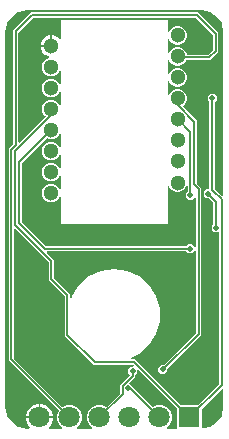
<source format=gtl>
G04 EAGLE Gerber RS-274X export*
G75*
%MOMM*%
%FSLAX34Y34*%
%LPD*%
%INTop Copper*%
%IPPOS*%
%AMOC8*
5,1,8,0,0,1.08239X$1,22.5*%
G01*
G04 Define Apertures*
%ADD10C,1.300000*%
%ADD11R,1.800000X1.800000*%
%ADD12C,1.800000*%
%ADD13C,0.502400*%
%ADD14C,0.200000*%
%ADD15C,0.152400*%
G36*
X-71902Y-255940D02*
X-72200Y-256000D01*
X-74250Y-256000D01*
X-74399Y-255985D01*
X-80995Y-254673D01*
X-81270Y-254559D01*
X-86862Y-250823D01*
X-87073Y-250612D01*
X-90809Y-245020D01*
X-90923Y-244745D01*
X-92235Y-238149D01*
X-92250Y-238000D01*
X-92250Y80000D01*
X-92235Y80149D01*
X-90923Y86745D01*
X-90809Y87020D01*
X-87073Y92612D01*
X-86862Y92823D01*
X-81270Y96559D01*
X-80995Y96673D01*
X-74399Y97985D01*
X-74250Y98000D01*
X74250Y98000D01*
X74399Y97985D01*
X80995Y96673D01*
X81270Y96559D01*
X86862Y92823D01*
X87073Y92612D01*
X90809Y87020D01*
X90923Y86745D01*
X92235Y80149D01*
X92250Y80000D01*
X92250Y-58337D01*
X92203Y-58601D01*
X92044Y-58859D01*
X91796Y-59034D01*
X91500Y-59099D01*
X91202Y-59044D01*
X90949Y-58876D01*
X85193Y-53120D01*
X85030Y-52879D01*
X84970Y-52581D01*
X84970Y20306D01*
X85026Y20592D01*
X85193Y20845D01*
X86482Y22133D01*
X86482Y25267D01*
X84267Y27482D01*
X81133Y27482D01*
X78918Y25267D01*
X78918Y22133D01*
X80207Y20845D01*
X80370Y20603D01*
X80430Y20306D01*
X80430Y-52656D01*
X80379Y-52931D01*
X80215Y-53186D01*
X79965Y-53358D01*
X79668Y-53418D01*
X77733Y-53418D01*
X75518Y-55633D01*
X75518Y-58767D01*
X77733Y-60982D01*
X79556Y-60982D01*
X79842Y-61038D01*
X80095Y-61205D01*
X83607Y-64717D01*
X83770Y-64959D01*
X83830Y-65256D01*
X83830Y-82606D01*
X83774Y-82892D01*
X83607Y-83145D01*
X82318Y-84433D01*
X82318Y-87567D01*
X84533Y-89782D01*
X87850Y-89782D01*
X88125Y-89833D01*
X88380Y-89997D01*
X88552Y-90247D01*
X88612Y-90544D01*
X88612Y-217902D01*
X88556Y-218188D01*
X88389Y-218441D01*
X70783Y-236047D01*
X70541Y-236210D01*
X70244Y-236270D01*
X56756Y-236270D01*
X56470Y-236214D01*
X56217Y-236047D01*
X17662Y-197492D01*
X14716Y-197492D01*
X14484Y-197456D01*
X14219Y-197308D01*
X14033Y-197068D01*
X13955Y-196775D01*
X13998Y-196475D01*
X14154Y-196215D01*
X14399Y-196037D01*
X21172Y-192944D01*
X29596Y-185645D01*
X35622Y-176268D01*
X38762Y-165573D01*
X38762Y-154427D01*
X35622Y-143732D01*
X29596Y-134355D01*
X21172Y-127056D01*
X11033Y-122426D01*
X0Y-120839D01*
X-11033Y-122426D01*
X-21172Y-127056D01*
X-29596Y-134355D01*
X-35622Y-143732D01*
X-35999Y-145017D01*
X-36166Y-145314D01*
X-36411Y-145494D01*
X-36706Y-145563D01*
X-37005Y-145513D01*
X-37260Y-145349D01*
X-37432Y-145099D01*
X-37492Y-144802D01*
X-37492Y-142338D01*
X-51007Y-128823D01*
X-51170Y-128581D01*
X-51230Y-128284D01*
X-51230Y-112984D01*
X-56943Y-107271D01*
X-57096Y-107051D01*
X-57166Y-106756D01*
X-57115Y-106457D01*
X-56952Y-106202D01*
X-56702Y-106030D01*
X-56405Y-105970D01*
X60706Y-105970D01*
X60992Y-106026D01*
X61245Y-106193D01*
X62533Y-107482D01*
X65667Y-107482D01*
X67729Y-105419D01*
X67949Y-105266D01*
X68244Y-105197D01*
X68543Y-105247D01*
X68798Y-105411D01*
X68970Y-105661D01*
X69030Y-105958D01*
X69030Y-174344D01*
X68974Y-174630D01*
X68807Y-174883D01*
X41695Y-201995D01*
X41453Y-202158D01*
X41156Y-202218D01*
X39333Y-202218D01*
X37118Y-204433D01*
X37118Y-207567D01*
X39333Y-209782D01*
X42467Y-209782D01*
X44682Y-207567D01*
X44682Y-205744D01*
X44738Y-205458D01*
X44905Y-205205D01*
X73570Y-176540D01*
X73570Y-51960D01*
X70163Y-48553D01*
X70000Y-48311D01*
X69940Y-48014D01*
X69940Y4873D01*
X58440Y16373D01*
X58282Y16604D01*
X58216Y16900D01*
X58272Y17198D01*
X58440Y17451D01*
X60087Y19099D01*
X61270Y21954D01*
X61270Y25046D01*
X60087Y27901D01*
X57901Y30087D01*
X55046Y31270D01*
X51954Y31270D01*
X49099Y30087D01*
X46913Y27901D01*
X46551Y27028D01*
X46411Y26807D01*
X46166Y26627D01*
X45871Y26558D01*
X45572Y26608D01*
X45317Y26772D01*
X45145Y27022D01*
X45085Y27319D01*
X45085Y37481D01*
X45130Y37738D01*
X45287Y37998D01*
X45533Y38175D01*
X45829Y38243D01*
X46127Y38189D01*
X46382Y38024D01*
X46551Y37772D01*
X46913Y36899D01*
X49099Y34713D01*
X51954Y33530D01*
X55046Y33530D01*
X57901Y34713D01*
X60087Y36899D01*
X61270Y39754D01*
X61270Y42846D01*
X60087Y45701D01*
X57901Y47887D01*
X55046Y49070D01*
X51954Y49070D01*
X49099Y47887D01*
X46913Y45701D01*
X46551Y44828D01*
X46411Y44607D01*
X46166Y44427D01*
X45871Y44358D01*
X45572Y44408D01*
X45317Y44572D01*
X45145Y44822D01*
X45085Y45119D01*
X45085Y55281D01*
X45130Y55538D01*
X45287Y55798D01*
X45533Y55975D01*
X45829Y56043D01*
X46127Y55989D01*
X46382Y55824D01*
X46551Y55572D01*
X46913Y54699D01*
X49099Y52513D01*
X51954Y51330D01*
X55046Y51330D01*
X57901Y52513D01*
X60087Y54699D01*
X60402Y55460D01*
X60559Y55698D01*
X60809Y55870D01*
X61106Y55930D01*
X81340Y55930D01*
X88070Y62660D01*
X88070Y79240D01*
X70940Y96370D01*
X-70640Y96370D01*
X-85770Y81240D01*
X-85770Y-14917D01*
X-85826Y-15203D01*
X-85993Y-15456D01*
X-89410Y-18873D01*
X-89410Y-173040D01*
X-89395Y-173055D01*
X-89232Y-173297D01*
X-89172Y-173594D01*
X-89172Y-198342D01*
X-47162Y-240352D01*
X-47002Y-240588D01*
X-46939Y-240884D01*
X-46997Y-241182D01*
X-48370Y-244497D01*
X-48370Y-248583D01*
X-46806Y-252358D01*
X-44465Y-254699D01*
X-44312Y-254919D01*
X-44242Y-255214D01*
X-44293Y-255513D01*
X-44456Y-255768D01*
X-44706Y-255940D01*
X-45004Y-256000D01*
X-54800Y-256000D01*
X-55064Y-255953D01*
X-55322Y-255794D01*
X-55497Y-255546D01*
X-55562Y-255250D01*
X-55507Y-254952D01*
X-55339Y-254699D01*
X-53717Y-253077D01*
X-51960Y-248835D01*
X-51960Y-247302D01*
X-75040Y-247302D01*
X-75040Y-248835D01*
X-73283Y-253077D01*
X-71661Y-254699D01*
X-71508Y-254919D01*
X-71438Y-255214D01*
X-71489Y-255513D01*
X-71652Y-255768D01*
X-71902Y-255940D01*
G37*
%LPC*%
G36*
X-75040Y-245778D02*
X-64262Y-245778D01*
X-64262Y-235000D01*
X-65795Y-235000D01*
X-70037Y-236757D01*
X-73283Y-240003D01*
X-75040Y-244245D01*
X-75040Y-245778D01*
G37*
G36*
X-62738Y-245778D02*
X-51960Y-245778D01*
X-51960Y-244245D01*
X-53717Y-240003D01*
X-56963Y-236757D01*
X-61205Y-235000D01*
X-62738Y-235000D01*
X-62738Y-245778D01*
G37*
%LPD*%
G36*
X-80149Y-14169D02*
X-80444Y-14239D01*
X-80743Y-14188D01*
X-80998Y-14025D01*
X-81170Y-13775D01*
X-81230Y-13477D01*
X-81230Y79044D01*
X-81174Y79330D01*
X-81007Y79583D01*
X-68983Y91607D01*
X-68741Y91770D01*
X-68444Y91830D01*
X68744Y91830D01*
X69030Y91774D01*
X69283Y91607D01*
X83307Y77583D01*
X83470Y77341D01*
X83530Y77044D01*
X83530Y64856D01*
X83474Y64570D01*
X83307Y64317D01*
X79683Y60693D01*
X79441Y60530D01*
X79144Y60470D01*
X61852Y60470D01*
X61572Y60523D01*
X61317Y60689D01*
X61148Y60940D01*
X60087Y63501D01*
X57901Y65687D01*
X55046Y66870D01*
X51954Y66870D01*
X49099Y65687D01*
X46913Y63501D01*
X46551Y62628D01*
X46411Y62407D01*
X46166Y62227D01*
X45871Y62158D01*
X45572Y62208D01*
X45317Y62372D01*
X45145Y62622D01*
X45085Y62919D01*
X45085Y73081D01*
X45130Y73338D01*
X45287Y73598D01*
X45533Y73775D01*
X45829Y73843D01*
X46127Y73789D01*
X46382Y73624D01*
X46551Y73372D01*
X46913Y72499D01*
X49099Y70313D01*
X51954Y69130D01*
X55046Y69130D01*
X57901Y70313D01*
X60087Y72499D01*
X61270Y75354D01*
X61270Y78446D01*
X60087Y81301D01*
X57901Y83487D01*
X55046Y84670D01*
X51954Y84670D01*
X49099Y83487D01*
X46913Y81301D01*
X46551Y80428D01*
X46411Y80207D01*
X46166Y80027D01*
X45871Y79958D01*
X45572Y80008D01*
X45317Y80172D01*
X45145Y80422D01*
X45085Y80719D01*
X45085Y90098D01*
X45076Y90153D01*
X45073Y90154D01*
X45033Y90160D01*
X-45023Y90160D01*
X-45078Y90151D01*
X-45079Y90148D01*
X-45085Y90108D01*
X-45085Y74209D01*
X-45132Y73946D01*
X-45291Y73688D01*
X-45539Y73512D01*
X-45835Y73447D01*
X-46133Y73503D01*
X-46386Y73670D01*
X-48379Y75664D01*
X-51702Y77040D01*
X-52738Y77040D01*
X-52738Y67238D01*
X-62540Y67238D01*
X-62540Y66202D01*
X-61164Y62879D01*
X-58621Y60336D01*
X-55676Y59117D01*
X-55451Y58973D01*
X-55274Y58727D01*
X-55206Y58431D01*
X-55259Y58132D01*
X-55425Y57878D01*
X-55676Y57709D01*
X-57901Y56787D01*
X-60087Y54601D01*
X-61270Y51746D01*
X-61270Y48654D01*
X-60087Y45799D01*
X-57901Y43613D01*
X-55046Y42430D01*
X-51954Y42430D01*
X-49099Y43613D01*
X-46913Y45799D01*
X-46551Y46672D01*
X-46411Y46893D01*
X-46166Y47073D01*
X-45871Y47142D01*
X-45572Y47092D01*
X-45317Y46928D01*
X-45145Y46678D01*
X-45085Y46381D01*
X-45085Y36219D01*
X-45130Y35962D01*
X-45287Y35702D01*
X-45533Y35525D01*
X-45829Y35457D01*
X-46127Y35511D01*
X-46382Y35676D01*
X-46551Y35928D01*
X-46913Y36801D01*
X-49099Y38987D01*
X-51954Y40170D01*
X-55046Y40170D01*
X-57901Y38987D01*
X-60087Y36801D01*
X-61270Y33946D01*
X-61270Y30854D01*
X-60087Y27999D01*
X-57901Y25813D01*
X-55046Y24630D01*
X-51954Y24630D01*
X-49099Y25813D01*
X-46913Y27999D01*
X-46551Y28872D01*
X-46411Y29093D01*
X-46166Y29273D01*
X-45871Y29342D01*
X-45572Y29292D01*
X-45317Y29128D01*
X-45145Y28878D01*
X-45085Y28581D01*
X-45085Y18419D01*
X-45130Y18162D01*
X-45287Y17902D01*
X-45533Y17725D01*
X-45829Y17657D01*
X-46127Y17711D01*
X-46382Y17876D01*
X-46551Y18128D01*
X-46913Y19001D01*
X-49099Y21187D01*
X-51954Y22370D01*
X-55046Y22370D01*
X-57901Y21187D01*
X-60087Y19001D01*
X-61270Y16146D01*
X-61270Y13054D01*
X-60087Y10199D01*
X-58440Y8551D01*
X-58282Y8321D01*
X-58216Y8024D01*
X-58272Y7726D01*
X-58440Y7473D01*
X-79929Y-14016D01*
X-80149Y-14169D01*
G37*
%LPC*%
G36*
X-62540Y68762D02*
X-54262Y68762D01*
X-54262Y77040D01*
X-55298Y77040D01*
X-58621Y75664D01*
X-61164Y73121D01*
X-62540Y69798D01*
X-62540Y68762D01*
G37*
%LPD*%
G36*
X68576Y-102139D02*
X68280Y-102204D01*
X67982Y-102148D01*
X67729Y-101981D01*
X65667Y-99918D01*
X62533Y-99918D01*
X61245Y-101207D01*
X61003Y-101370D01*
X60706Y-101430D01*
X-57844Y-101430D01*
X-58130Y-101374D01*
X-58383Y-101207D01*
X-78107Y-81483D01*
X-78270Y-81241D01*
X-78330Y-80944D01*
X-78330Y-31556D01*
X-78274Y-31270D01*
X-78107Y-31017D01*
X-57537Y-10447D01*
X-57301Y-10287D01*
X-57004Y-10224D01*
X-56707Y-10282D01*
X-55046Y-10970D01*
X-51954Y-10970D01*
X-49099Y-9787D01*
X-46913Y-7601D01*
X-46551Y-6728D01*
X-46411Y-6507D01*
X-46166Y-6327D01*
X-45871Y-6258D01*
X-45572Y-6308D01*
X-45317Y-6472D01*
X-45145Y-6722D01*
X-45085Y-7019D01*
X-45085Y-17181D01*
X-45130Y-17438D01*
X-45287Y-17698D01*
X-45533Y-17875D01*
X-45829Y-17943D01*
X-46127Y-17889D01*
X-46382Y-17724D01*
X-46551Y-17472D01*
X-46913Y-16599D01*
X-49099Y-14413D01*
X-51954Y-13230D01*
X-55046Y-13230D01*
X-57901Y-14413D01*
X-60087Y-16599D01*
X-61270Y-19454D01*
X-61270Y-22546D01*
X-60087Y-25401D01*
X-57901Y-27587D01*
X-55046Y-28770D01*
X-51954Y-28770D01*
X-49099Y-27587D01*
X-46913Y-25401D01*
X-46551Y-24528D01*
X-46411Y-24307D01*
X-46166Y-24127D01*
X-45871Y-24058D01*
X-45572Y-24108D01*
X-45317Y-24272D01*
X-45145Y-24522D01*
X-45085Y-24819D01*
X-45085Y-34981D01*
X-45130Y-35238D01*
X-45287Y-35498D01*
X-45533Y-35675D01*
X-45829Y-35743D01*
X-46127Y-35689D01*
X-46382Y-35524D01*
X-46551Y-35272D01*
X-46913Y-34399D01*
X-49099Y-32213D01*
X-51954Y-31030D01*
X-55046Y-31030D01*
X-57901Y-32213D01*
X-60087Y-34399D01*
X-61270Y-37254D01*
X-61270Y-40346D01*
X-60087Y-43201D01*
X-57901Y-45387D01*
X-55046Y-46570D01*
X-51954Y-46570D01*
X-49099Y-45387D01*
X-46913Y-43201D01*
X-46551Y-42328D01*
X-46411Y-42107D01*
X-46166Y-41927D01*
X-45871Y-41858D01*
X-45572Y-41908D01*
X-45317Y-42072D01*
X-45145Y-42322D01*
X-45085Y-42619D01*
X-45085Y-52781D01*
X-45130Y-53038D01*
X-45287Y-53298D01*
X-45533Y-53475D01*
X-45829Y-53543D01*
X-46127Y-53489D01*
X-46382Y-53324D01*
X-46551Y-53072D01*
X-46913Y-52199D01*
X-49099Y-50013D01*
X-51954Y-48830D01*
X-55046Y-48830D01*
X-57901Y-50013D01*
X-60087Y-52199D01*
X-61270Y-55054D01*
X-61270Y-58146D01*
X-60087Y-61001D01*
X-57901Y-63187D01*
X-55046Y-64370D01*
X-51954Y-64370D01*
X-49099Y-63187D01*
X-46913Y-61001D01*
X-46551Y-60128D01*
X-46411Y-59907D01*
X-46166Y-59727D01*
X-45871Y-59658D01*
X-45572Y-59708D01*
X-45317Y-59872D01*
X-45145Y-60122D01*
X-45085Y-60419D01*
X-45085Y-82498D01*
X-45076Y-82553D01*
X-45073Y-82554D01*
X-45033Y-82560D01*
X-44450Y-82560D01*
X-44175Y-82611D01*
X-44133Y-82638D01*
X44127Y-82638D01*
X44153Y-82620D01*
X44450Y-82560D01*
X45023Y-82560D01*
X45078Y-82551D01*
X45079Y-82548D01*
X45085Y-82508D01*
X45085Y-51519D01*
X45130Y-51262D01*
X45287Y-51002D01*
X45533Y-50825D01*
X45829Y-50757D01*
X46127Y-50811D01*
X46382Y-50976D01*
X46551Y-51228D01*
X46913Y-52101D01*
X49099Y-54287D01*
X51954Y-55470D01*
X55046Y-55470D01*
X57901Y-54287D01*
X60087Y-52101D01*
X60664Y-50709D01*
X60804Y-50488D01*
X61049Y-50308D01*
X61344Y-50239D01*
X61643Y-50289D01*
X61898Y-50453D01*
X62070Y-50703D01*
X62130Y-51000D01*
X62130Y-55006D01*
X62074Y-55292D01*
X61907Y-55545D01*
X60618Y-56833D01*
X60618Y-59967D01*
X62833Y-62182D01*
X65967Y-62182D01*
X67729Y-60419D01*
X67949Y-60266D01*
X68244Y-60197D01*
X68543Y-60247D01*
X68798Y-60411D01*
X68970Y-60661D01*
X69030Y-60958D01*
X69030Y-101442D01*
X68983Y-101705D01*
X68824Y-101963D01*
X68576Y-102139D01*
G37*
G36*
X-19306Y-255940D02*
X-19604Y-256000D01*
X-31196Y-256000D01*
X-31460Y-255953D01*
X-31718Y-255794D01*
X-31893Y-255546D01*
X-31958Y-255250D01*
X-31903Y-254952D01*
X-31735Y-254699D01*
X-29394Y-252358D01*
X-27830Y-248583D01*
X-27830Y-244497D01*
X-29394Y-240723D01*
X-32283Y-237834D01*
X-36057Y-236270D01*
X-40143Y-236270D01*
X-43458Y-237643D01*
X-43737Y-237701D01*
X-44036Y-237645D01*
X-44288Y-237478D01*
X-84885Y-196882D01*
X-85048Y-196640D01*
X-85108Y-196343D01*
X-85108Y-173594D01*
X-85052Y-173308D01*
X-84885Y-173055D01*
X-84870Y-173040D01*
X-84870Y-87604D01*
X-84823Y-87341D01*
X-84664Y-87083D01*
X-84416Y-86908D01*
X-84120Y-86843D01*
X-83822Y-86898D01*
X-83569Y-87066D01*
X-55993Y-114642D01*
X-55830Y-114883D01*
X-55770Y-115180D01*
X-55770Y-130480D01*
X-42255Y-143995D01*
X-42092Y-144237D01*
X-42032Y-144534D01*
X-42032Y-177410D01*
X-17410Y-202032D01*
X15466Y-202032D01*
X15752Y-202088D01*
X16005Y-202255D01*
X16067Y-202317D01*
X16220Y-202537D01*
X16290Y-202832D01*
X16239Y-203131D01*
X16075Y-203386D01*
X15825Y-203558D01*
X15528Y-203618D01*
X13833Y-203618D01*
X11618Y-205833D01*
X11618Y-208967D01*
X12737Y-210086D01*
X12895Y-210316D01*
X12960Y-210612D01*
X12904Y-210910D01*
X12737Y-211163D01*
X4824Y-219076D01*
X4824Y-225827D01*
X4768Y-226113D01*
X4601Y-226366D01*
X-6512Y-237478D01*
X-6748Y-237638D01*
X-7044Y-237701D01*
X-7342Y-237643D01*
X-10657Y-236270D01*
X-14743Y-236270D01*
X-18518Y-237834D01*
X-21406Y-240723D01*
X-22970Y-244497D01*
X-22970Y-248583D01*
X-21406Y-252358D01*
X-19065Y-254699D01*
X-18912Y-254919D01*
X-18842Y-255214D01*
X-18893Y-255513D01*
X-19056Y-255768D01*
X-19306Y-255940D01*
G37*
G36*
X52765Y-255940D02*
X52468Y-256000D01*
X45004Y-256000D01*
X44740Y-255953D01*
X44482Y-255794D01*
X44307Y-255546D01*
X44242Y-255250D01*
X44297Y-254952D01*
X44465Y-254699D01*
X46806Y-252358D01*
X48370Y-248583D01*
X48370Y-244497D01*
X46806Y-240723D01*
X43918Y-237834D01*
X40143Y-236270D01*
X36057Y-236270D01*
X32742Y-237643D01*
X32463Y-237701D01*
X32165Y-237645D01*
X31912Y-237478D01*
X15405Y-220972D01*
X15242Y-220730D01*
X15182Y-220433D01*
X15182Y-220233D01*
X12837Y-217888D01*
X12679Y-217658D01*
X12614Y-217362D01*
X12669Y-217064D01*
X12837Y-216811D01*
X17432Y-212216D01*
X17432Y-211032D01*
X17488Y-210746D01*
X17655Y-210493D01*
X19182Y-208967D01*
X19182Y-207272D01*
X19229Y-207009D01*
X19388Y-206751D01*
X19636Y-206575D01*
X19932Y-206510D01*
X20230Y-206566D01*
X20483Y-206733D01*
X53007Y-239257D01*
X53170Y-239499D01*
X53230Y-239796D01*
X53230Y-255238D01*
X53179Y-255513D01*
X53015Y-255768D01*
X52765Y-255940D01*
G37*
G36*
X80995Y-254673D02*
X74681Y-255929D01*
X74257Y-255893D01*
X74002Y-255729D01*
X73830Y-255479D01*
X73770Y-255182D01*
X73770Y-239796D01*
X73826Y-239510D01*
X73993Y-239257D01*
X90949Y-222301D01*
X91169Y-222148D01*
X91464Y-222078D01*
X91763Y-222129D01*
X92018Y-222293D01*
X92190Y-222543D01*
X92250Y-222840D01*
X92250Y-238000D01*
X92235Y-238149D01*
X90923Y-244745D01*
X90809Y-245020D01*
X87073Y-250612D01*
X86862Y-250823D01*
X81270Y-254559D01*
X80995Y-254673D01*
G37*
D10*
X-53500Y-56600D03*
X-53500Y-38800D03*
X-53500Y-21000D03*
X-53500Y-3200D03*
X-53500Y14600D03*
X-53500Y32400D03*
X-53500Y50200D03*
X-53500Y68000D03*
X53500Y76900D03*
X53500Y59100D03*
X53500Y41300D03*
X53500Y23500D03*
X53500Y5700D03*
X53500Y-12100D03*
X53500Y-29900D03*
X53500Y-47700D03*
D11*
X63500Y-246540D03*
D12*
X38100Y-246540D03*
X12700Y-246540D03*
X-12700Y-246540D03*
X-38100Y-246540D03*
X-63500Y-246540D03*
D13*
X82700Y23700D03*
D14*
X82700Y-53837D01*
X90882Y-219158D02*
X63500Y-246540D01*
X90882Y-219158D02*
X90882Y-62019D01*
X82700Y-53837D01*
X-39762Y-176470D02*
X-16470Y-199762D01*
X16722Y-199762D02*
X63500Y-246540D01*
X-39762Y-143278D02*
X-53500Y-129540D01*
X-53500Y-113925D01*
X-53500Y9203D02*
X-53500Y14600D01*
X-16470Y-199762D02*
X16722Y-199762D01*
X-39762Y-176470D02*
X-39762Y-143278D01*
X-53500Y-113925D02*
X-83870Y-83555D01*
X-83870Y-21167D01*
X-53500Y9203D01*
D13*
X86100Y-86000D03*
D14*
X86100Y-64000D01*
X79300Y-57200D01*
D13*
X79300Y-57200D03*
D14*
X-53500Y-3200D02*
X-80600Y-30300D01*
X-80600Y-82200D01*
X-59100Y-103700D01*
X64100Y-103700D01*
D13*
X64100Y-103700D03*
X77200Y-211500D03*
X-80100Y-99900D03*
X-48000Y-197700D03*
X-47700Y-147500D03*
X-77800Y-166400D03*
X-30100Y-197100D03*
X33900Y-225500D03*
X-20100Y-219800D03*
X26400Y-195100D03*
X42500Y-136300D03*
X-28100Y-120200D03*
X-46800Y-113100D03*
X-50500Y-97300D03*
X-69500Y-35300D03*
X-41900Y-90400D03*
X37600Y-88900D03*
X53100Y-64600D03*
X85300Y-243000D03*
X87900Y-230400D03*
X15400Y-207400D03*
D15*
X6856Y-226984D02*
X-12700Y-246540D01*
X6856Y-226984D02*
X6856Y-219918D01*
X15400Y-211374D02*
X15400Y-207400D01*
X15400Y-211374D02*
X6856Y-219918D01*
D13*
X64400Y-58400D03*
D14*
X64400Y-5200D01*
X53500Y5700D01*
D13*
X11400Y-221800D03*
D15*
X13360Y-221800D01*
X38100Y-246540D01*
D14*
X-87140Y-19813D02*
X-83500Y-16173D01*
X-83500Y80300D01*
X-87140Y-19813D02*
X-87140Y-172100D01*
X-83500Y80300D02*
X-69700Y94100D01*
X70000Y94100D01*
X85800Y78300D01*
X85800Y76600D01*
X85800Y63600D01*
X80400Y58200D01*
X54400Y58200D01*
X53500Y59100D01*
D15*
X-87140Y-172100D02*
X-87140Y-197500D01*
X-38100Y-246540D01*
D14*
X68400Y-50000D02*
X67670Y-49270D01*
X53500Y18103D02*
X53500Y23500D01*
X53500Y18103D02*
X67670Y3933D01*
X67670Y-49270D01*
X68400Y-50000D02*
X71300Y-52900D01*
X71300Y-122900D01*
X71300Y-175600D01*
X40900Y-206000D01*
D13*
X40900Y-206000D03*
M02*

</source>
